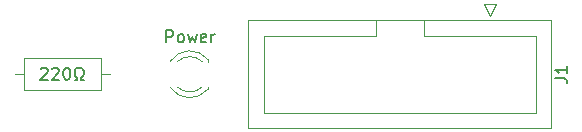
<source format=gbr>
%TF.GenerationSoftware,KiCad,Pcbnew,(5.1.10-1-10_14)*%
%TF.CreationDate,2021-11-08T13:37:15+08:00*%
%TF.ProjectId,Pragmatic,50726167-6d61-4746-9963-2e6b69636164,rev?*%
%TF.SameCoordinates,Original*%
%TF.FileFunction,Legend,Top*%
%TF.FilePolarity,Positive*%
%FSLAX46Y46*%
G04 Gerber Fmt 4.6, Leading zero omitted, Abs format (unit mm)*
G04 Created by KiCad (PCBNEW (5.1.10-1-10_14)) date 2021-11-08 13:37:15*
%MOMM*%
%LPD*%
G01*
G04 APERTURE LIST*
%ADD10C,0.120000*%
%ADD11C,0.150000*%
G04 APERTURE END LIST*
D10*
%TO.C,R1*%
X110260000Y-41275000D02*
X111030000Y-41275000D01*
X118340000Y-41275000D02*
X117570000Y-41275000D01*
X111030000Y-42645000D02*
X117570000Y-42645000D01*
X111030000Y-39905000D02*
X111030000Y-42645000D01*
X117570000Y-39905000D02*
X111030000Y-39905000D01*
X117570000Y-42645000D02*
X117570000Y-39905000D01*
%TO.C,J1*%
X149995000Y-35325000D02*
X150495000Y-36325000D01*
X150995000Y-35325000D02*
X149995000Y-35325000D01*
X150495000Y-36325000D02*
X150995000Y-35325000D01*
X140825000Y-38025000D02*
X140825000Y-36715000D01*
X140825000Y-38025000D02*
X140825000Y-38025000D01*
X131345000Y-38025000D02*
X140825000Y-38025000D01*
X131345000Y-44525000D02*
X131345000Y-38025000D01*
X154405000Y-44525000D02*
X131345000Y-44525000D01*
X154405000Y-38025000D02*
X154405000Y-44525000D01*
X144925000Y-38025000D02*
X154405000Y-38025000D01*
X144925000Y-36715000D02*
X144925000Y-38025000D01*
X130045000Y-36715000D02*
X155705000Y-36715000D01*
X130045000Y-45835000D02*
X130045000Y-36715000D01*
X155705000Y-45835000D02*
X130045000Y-45835000D01*
X155705000Y-36715000D02*
X155705000Y-45835000D01*
%TO.C,D37*%
X126655000Y-40195000D02*
X126655000Y-40039000D01*
X126655000Y-42511000D02*
X126655000Y-42355000D01*
X124053870Y-40195163D02*
G75*
G02*
X126135961Y-40195000I1041130J-1079837D01*
G01*
X124053870Y-42354837D02*
G75*
G03*
X126135961Y-42355000I1041130J1079837D01*
G01*
X123422665Y-40196392D02*
G75*
G02*
X126655000Y-40039484I1672335J-1078608D01*
G01*
X123422665Y-42353608D02*
G75*
G03*
X126655000Y-42510516I1672335J1078608D01*
G01*
%TO.C,R1*%
D11*
X112490476Y-40822619D02*
X112538095Y-40775000D01*
X112633333Y-40727380D01*
X112871428Y-40727380D01*
X112966666Y-40775000D01*
X113014285Y-40822619D01*
X113061904Y-40917857D01*
X113061904Y-41013095D01*
X113014285Y-41155952D01*
X112442857Y-41727380D01*
X113061904Y-41727380D01*
X113442857Y-40822619D02*
X113490476Y-40775000D01*
X113585714Y-40727380D01*
X113823809Y-40727380D01*
X113919047Y-40775000D01*
X113966666Y-40822619D01*
X114014285Y-40917857D01*
X114014285Y-41013095D01*
X113966666Y-41155952D01*
X113395238Y-41727380D01*
X114014285Y-41727380D01*
X114633333Y-40727380D02*
X114728571Y-40727380D01*
X114823809Y-40775000D01*
X114871428Y-40822619D01*
X114919047Y-40917857D01*
X114966666Y-41108333D01*
X114966666Y-41346428D01*
X114919047Y-41536904D01*
X114871428Y-41632142D01*
X114823809Y-41679761D01*
X114728571Y-41727380D01*
X114633333Y-41727380D01*
X114538095Y-41679761D01*
X114490476Y-41632142D01*
X114442857Y-41536904D01*
X114395238Y-41346428D01*
X114395238Y-41108333D01*
X114442857Y-40917857D01*
X114490476Y-40822619D01*
X114538095Y-40775000D01*
X114633333Y-40727380D01*
X115347619Y-41727380D02*
X115585714Y-41727380D01*
X115585714Y-41536904D01*
X115490476Y-41489285D01*
X115395238Y-41394047D01*
X115347619Y-41251190D01*
X115347619Y-41013095D01*
X115395238Y-40870238D01*
X115490476Y-40775000D01*
X115633333Y-40727380D01*
X115823809Y-40727380D01*
X115966666Y-40775000D01*
X116061904Y-40870238D01*
X116109523Y-41013095D01*
X116109523Y-41251190D01*
X116061904Y-41394047D01*
X115966666Y-41489285D01*
X115871428Y-41536904D01*
X115871428Y-41727380D01*
X116109523Y-41727380D01*
%TO.C,J1*%
X156047380Y-41608333D02*
X156761666Y-41608333D01*
X156904523Y-41655952D01*
X156999761Y-41751190D01*
X157047380Y-41894047D01*
X157047380Y-41989285D01*
X157047380Y-40608333D02*
X157047380Y-41179761D01*
X157047380Y-40894047D02*
X156047380Y-40894047D01*
X156190238Y-40989285D01*
X156285476Y-41084523D01*
X156333095Y-41179761D01*
%TO.C,D37*%
X123118809Y-38552380D02*
X123118809Y-37552380D01*
X123499761Y-37552380D01*
X123595000Y-37600000D01*
X123642619Y-37647619D01*
X123690238Y-37742857D01*
X123690238Y-37885714D01*
X123642619Y-37980952D01*
X123595000Y-38028571D01*
X123499761Y-38076190D01*
X123118809Y-38076190D01*
X124261666Y-38552380D02*
X124166428Y-38504761D01*
X124118809Y-38457142D01*
X124071190Y-38361904D01*
X124071190Y-38076190D01*
X124118809Y-37980952D01*
X124166428Y-37933333D01*
X124261666Y-37885714D01*
X124404523Y-37885714D01*
X124499761Y-37933333D01*
X124547380Y-37980952D01*
X124595000Y-38076190D01*
X124595000Y-38361904D01*
X124547380Y-38457142D01*
X124499761Y-38504761D01*
X124404523Y-38552380D01*
X124261666Y-38552380D01*
X124928333Y-37885714D02*
X125118809Y-38552380D01*
X125309285Y-38076190D01*
X125499761Y-38552380D01*
X125690238Y-37885714D01*
X126452142Y-38504761D02*
X126356904Y-38552380D01*
X126166428Y-38552380D01*
X126071190Y-38504761D01*
X126023571Y-38409523D01*
X126023571Y-38028571D01*
X126071190Y-37933333D01*
X126166428Y-37885714D01*
X126356904Y-37885714D01*
X126452142Y-37933333D01*
X126499761Y-38028571D01*
X126499761Y-38123809D01*
X126023571Y-38219047D01*
X126928333Y-38552380D02*
X126928333Y-37885714D01*
X126928333Y-38076190D02*
X126975952Y-37980952D01*
X127023571Y-37933333D01*
X127118809Y-37885714D01*
X127214047Y-37885714D01*
%TD*%
M02*

</source>
